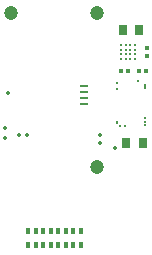
<source format=gbr>
%TF.GenerationSoftware,Altium Limited,Altium Designer,18.0.12 (696)*%
G04 Layer_Color=255*
%FSLAX45Y45*%
%MOMM*%
%TF.FileFunction,Pads,Bot*%
%TF.Part,Single*%
G01*
G75*
%TA.AperFunction,ComponentPad*%
G04:AMPARAMS|DCode=29|XSize=0.3mm|YSize=0.3mm|CornerRadius=0mm|HoleSize=0mm|Usage=FLASHONLY|Rotation=180.000|XOffset=0mm|YOffset=0mm|HoleType=Round|Shape=Octagon|*
%AMOCTAGOND29*
4,1,8,-0.15000,0.07500,-0.15000,-0.07500,-0.07500,-0.15000,0.07500,-0.15000,0.15000,-0.07500,0.15000,0.07500,0.07500,0.15000,-0.07500,0.15000,-0.15000,0.07500,0.0*
%
%ADD29OCTAGOND29*%

%ADD30O,0.40000X0.60000*%
%TA.AperFunction,ViaPad*%
%ADD31C,1.20000*%
%TA.AperFunction,ComponentPad*%
G04:AMPARAMS|DCode=32|XSize=0.3mm|YSize=0.3mm|CornerRadius=0mm|HoleSize=0mm|Usage=FLASHONLY|Rotation=90.000|XOffset=0mm|YOffset=0mm|HoleType=Round|Shape=Octagon|*
%AMOCTAGOND32*
4,1,8,0.07500,0.15000,-0.07500,0.15000,-0.15000,0.07500,-0.15000,-0.07500,-0.07500,-0.15000,0.07500,-0.15000,0.15000,-0.07500,0.15000,0.07500,0.07500,0.15000,0.0*
%
%ADD32OCTAGOND32*%

%TA.AperFunction,BGAPad,CuDef*%
%ADD37C,0.20000*%
%TA.AperFunction,SMDPad,CuDef*%
%ADD38R,0.80000X0.25000*%
%TA.AperFunction,BGAPad,CuDef*%
%ADD39R,0.20000X0.20000*%
%TA.AperFunction,SMDPad,CuDef*%
%ADD40R,0.20000X0.11600*%
%ADD41R,0.20000X0.15000*%
%ADD42R,0.11600X0.11600*%
%ADD43R,0.80000X0.85000*%
%ADD44R,0.35000X0.30000*%
%ADD45R,0.30000X0.35000*%
D29*
X515000Y230500D02*
D03*
X-300750Y343250D02*
D03*
X-232750D02*
D03*
X-412250Y398500D02*
D03*
X-387819Y695000D02*
D03*
X391000Y278000D02*
D03*
Y343250D02*
D03*
D30*
X223977Y-592140D02*
D03*
X97027D02*
D03*
X-93473Y-472840D02*
D03*
X-156973D02*
D03*
X-220473D02*
D03*
X97027D02*
D03*
X33527D02*
D03*
X-29973D02*
D03*
X-93473Y-592140D02*
D03*
X-156973D02*
D03*
X-220473D02*
D03*
X-29973D02*
D03*
X33527D02*
D03*
X160477Y-472840D02*
D03*
Y-592140D02*
D03*
X223977Y-472840D02*
D03*
D31*
X-365000Y1375000D02*
D03*
X365000D02*
D03*
Y75000D02*
D03*
D32*
X-413000Y315500D02*
D03*
D37*
X565000Y1065001D02*
D03*
Y985001D02*
D03*
Y1025001D02*
D03*
Y1105001D02*
D03*
X605000Y985001D02*
D03*
X645000D02*
D03*
X685000D02*
D03*
X605000Y1025001D02*
D03*
X645000D02*
D03*
X685000D02*
D03*
X605000Y1065001D02*
D03*
X645000D02*
D03*
X685000D02*
D03*
X605000Y1105001D02*
D03*
X645000D02*
D03*
X685000D02*
D03*
D38*
X253997Y755000D02*
D03*
Y705000D02*
D03*
Y655000D02*
D03*
Y605000D02*
D03*
D39*
X535000Y782000D02*
D03*
Y735000D02*
D03*
X771600Y426000D02*
D03*
Y485060D02*
D03*
X560700Y418200D02*
D03*
X599530D02*
D03*
X771600Y736545D02*
D03*
Y765675D02*
D03*
X535000Y453785D02*
D03*
Y442140D02*
D03*
X709950Y795800D02*
D03*
X771600Y755365D02*
D03*
D40*
X535000Y758020D02*
D03*
D41*
X771600Y455000D02*
D03*
D42*
Y755365D02*
D03*
X535000Y447140D02*
D03*
D43*
X611750Y276750D02*
D03*
X751750D02*
D03*
X720000Y1230000D02*
D03*
X580000D02*
D03*
D44*
X775000Y885000D02*
D03*
X715000D02*
D03*
X625000D02*
D03*
X565000D02*
D03*
D45*
X785000Y1015000D02*
D03*
Y1075000D02*
D03*
%TF.MD5,9c05ead32cbafc7944c3341edc7dbc2e*%
M02*

</source>
